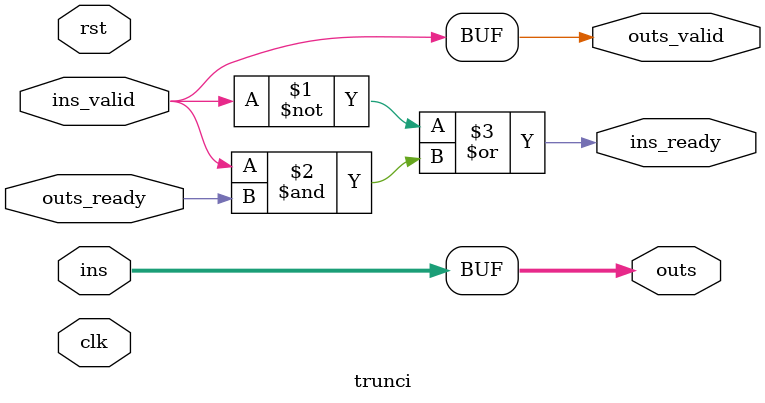
<source format=v>
`timescale 1ns/1ps
module trunci #(
  parameter INPUT_TYPE = 32,
  parameter OUTPUT_TYPE = 32
)(
  // inputs
  input  clk,
  input  rst,
  input  [INPUT_TYPE - 1 : 0] ins,
  input  ins_valid,
  input  outs_ready,
  // outputs
  output [OUTPUT_TYPE - 1 : 0] outs,
  output outs_valid,
  output ins_ready
);

  assign outs = ins[OUTPUT_TYPE - 1 : 0];
  assign outs_valid = ins_valid;
  assign ins_ready = ~ins_valid | (ins_valid & outs_ready);

endmodule
</source>
